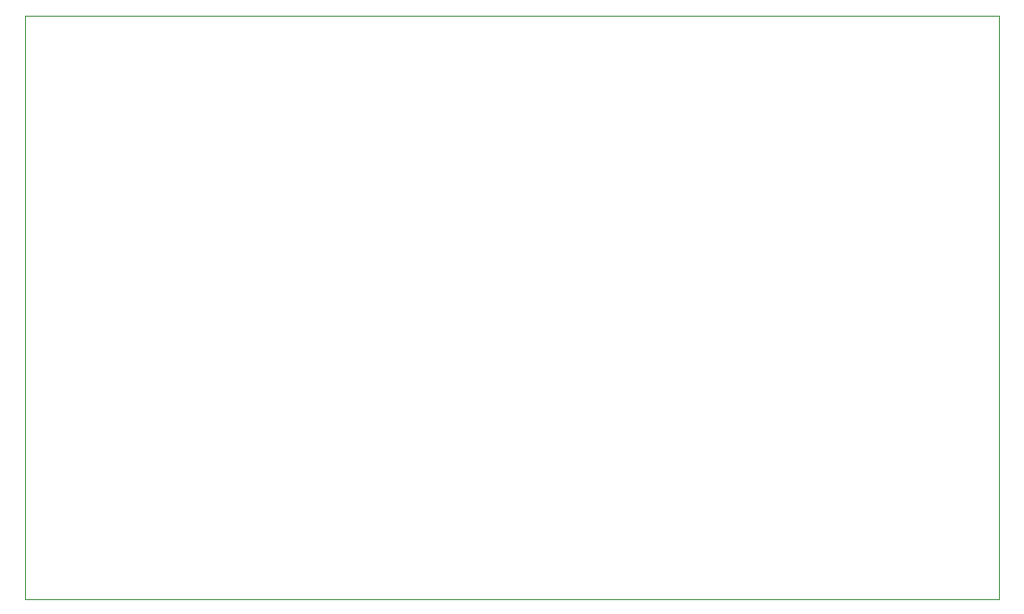
<source format=gbr>
%TF.GenerationSoftware,KiCad,Pcbnew,(6.0.5)*%
%TF.CreationDate,2022-06-08T19:36:40-04:00*%
%TF.ProjectId,first-pcb,66697273-742d-4706-9362-2e6b69636164,rev?*%
%TF.SameCoordinates,Original*%
%TF.FileFunction,Profile,NP*%
%FSLAX46Y46*%
G04 Gerber Fmt 4.6, Leading zero omitted, Abs format (unit mm)*
G04 Created by KiCad (PCBNEW (6.0.5)) date 2022-06-08 19:36:40*
%MOMM*%
%LPD*%
G01*
G04 APERTURE LIST*
%TA.AperFunction,Profile*%
%ADD10C,0.100000*%
%TD*%
G04 APERTURE END LIST*
D10*
X82550000Y-124460000D02*
X171450000Y-124460000D01*
X171450000Y-124460000D02*
X171450000Y-71120000D01*
X171450000Y-71120000D02*
X82550000Y-71120000D01*
X82550000Y-71120000D02*
X82550000Y-124460000D01*
M02*

</source>
